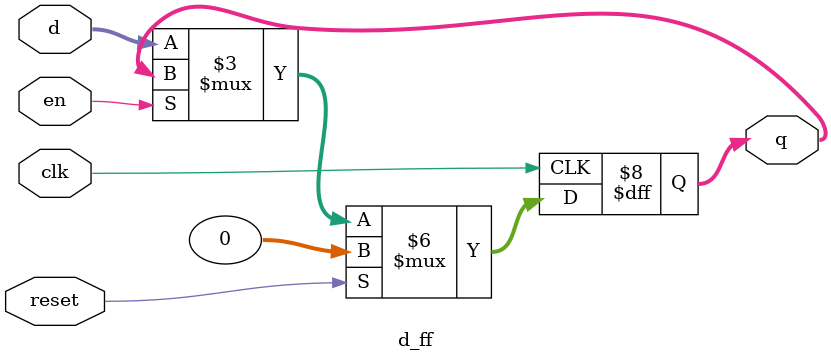
<source format=v>
module d_ff #(parameter WIDTH=32)(
	input clk,
	input reset,
	input en,    //active low enable
	input [WIDTH-1:0] d,
	output reg [WIDTH-1:0] q
);

	always@(posedge clk) begin
		if(reset) q<=0;
		else if(en) q<=q;
		else q<=d;
	end
	
endmodule
</source>
